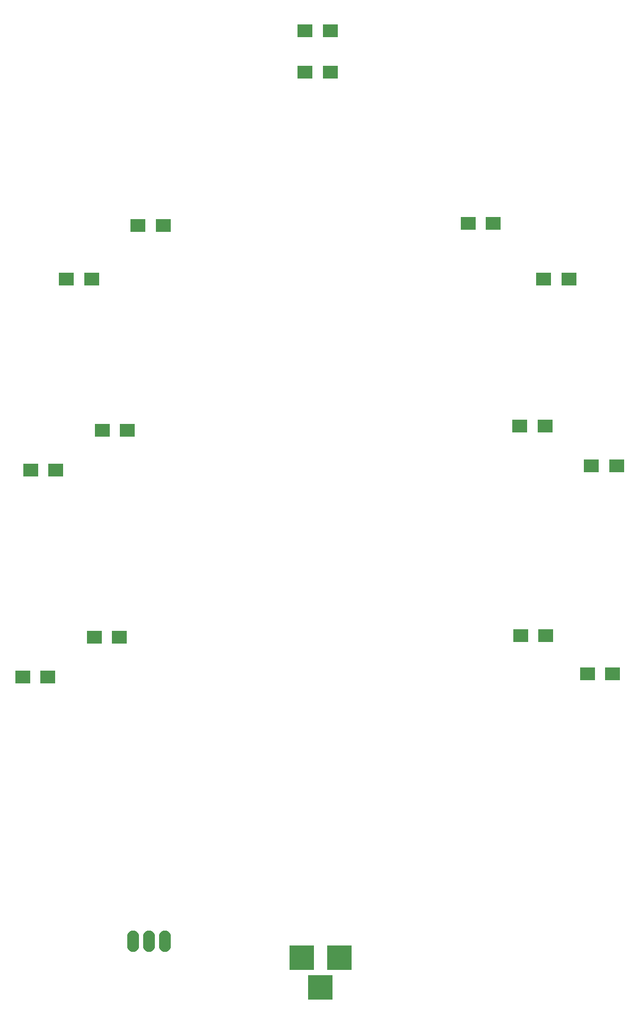
<source format=gbr>
G04 #@! TF.FileFunction,Soldermask,Bot*
%FSLAX46Y46*%
G04 Gerber Fmt 4.6, Leading zero omitted, Abs format (unit mm)*
G04 Created by KiCad (PCBNEW 4.0.6) date Monday, November 13, 2017 'PMt' 07:08:10 PM*
%MOMM*%
%LPD*%
G01*
G04 APERTURE LIST*
%ADD10C,0.100000*%
%ADD11O,1.910000X3.410000*%
%ADD12R,3.900000X3.900000*%
%ADD13R,2.400000X2.100000*%
G04 APERTURE END LIST*
D10*
D11*
X65786000Y-170434000D03*
X68326000Y-170434000D03*
X70866000Y-170434000D03*
D12*
X98679000Y-173101000D03*
X92679000Y-173101000D03*
X95679000Y-177801000D03*
D13*
X135350000Y-64770000D03*
X131350000Y-64770000D03*
X49435000Y-95250000D03*
X53435000Y-95250000D03*
X138335000Y-127762000D03*
X142335000Y-127762000D03*
X55150000Y-64770000D03*
X59150000Y-64770000D03*
X138970000Y-94615000D03*
X142970000Y-94615000D03*
X48165000Y-128270000D03*
X52165000Y-128270000D03*
X123285000Y-55880000D03*
X119285000Y-55880000D03*
X60865000Y-88900000D03*
X64865000Y-88900000D03*
X131667000Y-121666000D03*
X127667000Y-121666000D03*
X66580000Y-56261000D03*
X70580000Y-56261000D03*
X131540000Y-88265000D03*
X127540000Y-88265000D03*
X59595000Y-121920000D03*
X63595000Y-121920000D03*
X93250000Y-31750000D03*
X97250000Y-31750000D03*
X93250000Y-25146000D03*
X97250000Y-25146000D03*
M02*

</source>
